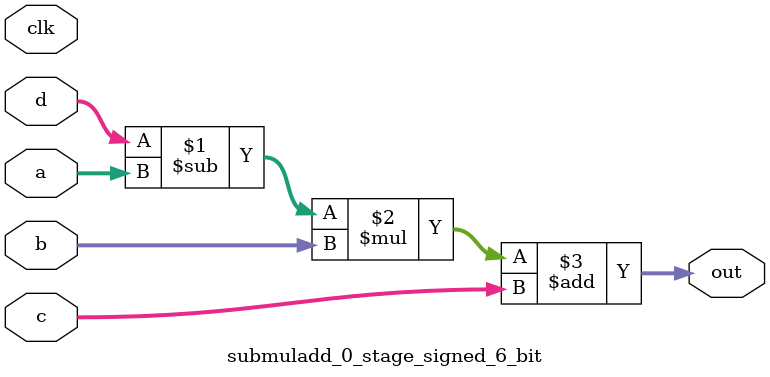
<source format=sv>
(* use_dsp = "yes" *) module submuladd_0_stage_signed_6_bit(
	input signed [5:0] a,
	input signed [5:0] b,
	input signed [5:0] c,
	input signed [5:0] d,
	output [5:0] out,
	input clk);

	assign out = ((d - a) * b) + c;
endmodule

</source>
